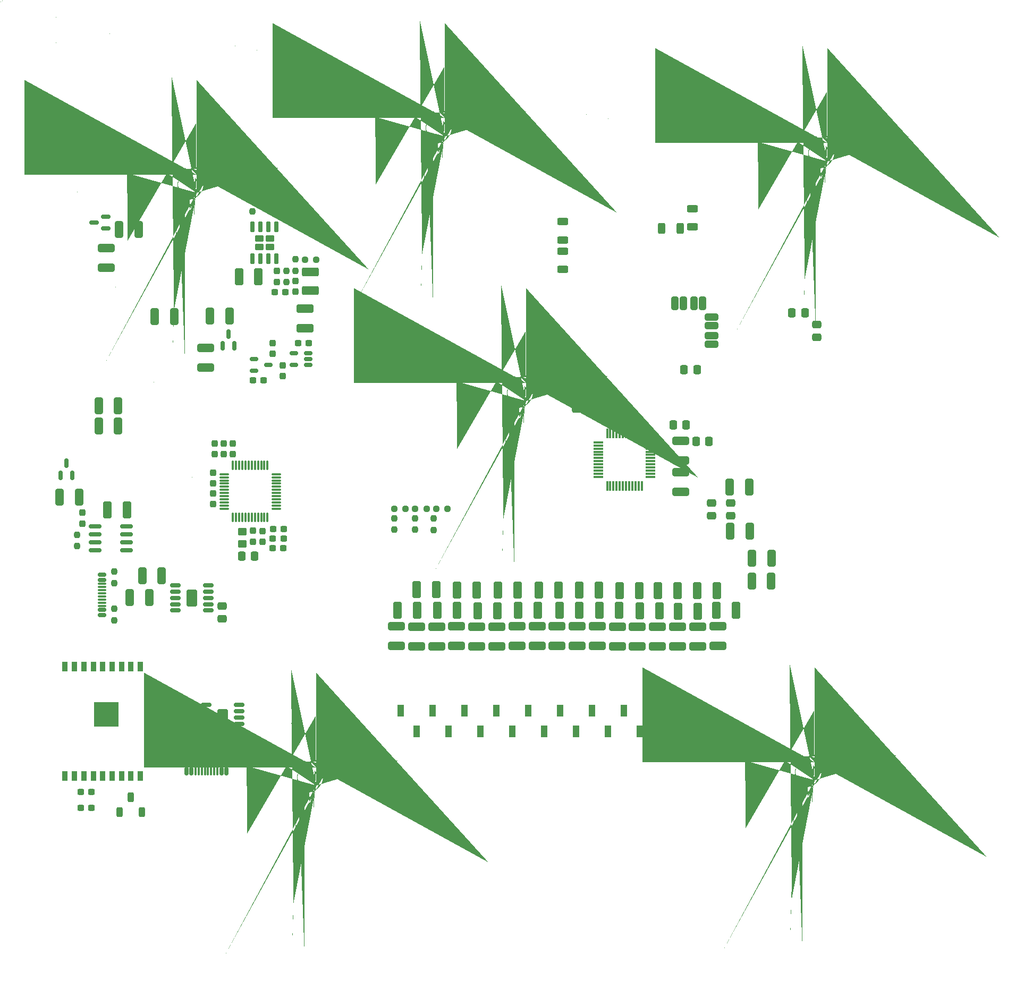
<source format=gbr>
%TF.GenerationSoftware,KiCad,Pcbnew,9.0.7*%
%TF.CreationDate,2026-02-19T04:12:07+03:00*%
%TF.ProjectId,shell-bms,7368656c-6c2d-4626-9d73-2e6b69636164,rev?*%
%TF.SameCoordinates,Original*%
%TF.FileFunction,Paste,Top*%
%TF.FilePolarity,Positive*%
%FSLAX46Y46*%
G04 Gerber Fmt 4.6, Leading zero omitted, Abs format (unit mm)*
G04 Created by KiCad (PCBNEW 9.0.7) date 2026-02-19 04:12:07*
%MOMM*%
%LPD*%
G01*
G04 APERTURE LIST*
G04 Aperture macros list*
%AMRoundRect*
0 Rectangle with rounded corners*
0 $1 Rounding radius*
0 $2 $3 $4 $5 $6 $7 $8 $9 X,Y pos of 4 corners*
0 Add a 4 corners polygon primitive as box body*
4,1,4,$2,$3,$4,$5,$6,$7,$8,$9,$2,$3,0*
0 Add four circle primitives for the rounded corners*
1,1,$1+$1,$2,$3*
1,1,$1+$1,$4,$5*
1,1,$1+$1,$6,$7*
1,1,$1+$1,$8,$9*
0 Add four rect primitives between the rounded corners*
20,1,$1+$1,$2,$3,$4,$5,0*
20,1,$1+$1,$4,$5,$6,$7,0*
20,1,$1+$1,$6,$7,$8,$9,0*
20,1,$1+$1,$8,$9,$2,$3,0*%
%AMFreePoly0*
4,1,83,1.042816,1.072236,1.072613,1.072236,1.081945,1.068370,1.088357,1.067737,1.095036,1.062947,1.108661,1.057304,1.123242,1.042722,1.130424,1.037573,1.132104,1.033860,1.136251,1.029714,1.151183,0.993666,1.151427,0.991179,1.151773,0.990417,1.151637,0.989047,1.153104,0.974157,1.153104,0.147677,1.151183,0.128168,1.149302,0.123628,1.149244,0.120163,1.144799,0.112757,
1.136251,0.092120,1.126655,0.082524,1.122607,0.075779,1.116546,0.072415,1.108661,0.064530,1.083729,0.054202,1.077346,0.050660,1.077347,0.050660,0.975563,0.025306,0.780742,-0.052508,0.598179,-0.155859,0.431205,-0.282864,0.282864,-0.431205,0.155859,-0.598179,0.052508,-0.780742,-0.025306,-0.975563,-0.050660,-1.077347,-0.050660,-1.077346,-0.054202,-1.083729,-0.064530,-1.108661,
-0.072415,-1.116546,-0.075779,-1.122607,-0.082524,-1.126655,-0.092120,-1.136251,-0.112757,-1.144799,-0.120163,-1.149244,-0.123628,-1.149302,-0.128168,-1.151183,-0.147677,-1.153104,-0.974157,-1.153104,-0.989047,-1.151637,-0.990417,-1.151773,-0.991179,-1.151427,-0.993666,-1.151183,-1.029714,-1.136251,-1.033860,-1.132104,-1.037573,-1.130424,-1.042722,-1.123242,-1.057304,-1.108661,-1.062947,-1.095036,
-1.067737,-1.088357,-1.068370,-1.081945,-1.072236,-1.072613,-1.072236,-1.042816,-1.072826,-1.036844,-1.072236,-1.034204,-1.072236,-1.033595,-1.071940,-1.032881,-1.009706,-0.754420,-0.915115,-0.480924,-0.790260,-0.219852,-0.636738,0.025461,-0.456510,0.251879,-0.251879,0.456510,-0.025461,0.636738,0.219852,0.790260,0.480924,0.915115,0.754420,1.009706,1.032881,1.071940,1.033595,1.072236,
1.034204,1.072236,1.036844,1.072826,1.042816,1.072236,1.042816,1.072236,$1*%
%AMFreePoly1*
4,1,83,-0.128168,1.151183,-0.123628,1.149302,-0.120163,1.149244,-0.112757,1.144799,-0.092120,1.136251,-0.082524,1.126655,-0.075779,1.122607,-0.072415,1.116546,-0.064530,1.108661,-0.054202,1.083729,-0.050660,1.077346,-0.050660,1.077347,-0.025306,0.975563,0.052508,0.780742,0.155859,0.598179,0.282864,0.431205,0.431205,0.282864,0.598179,0.155859,0.780742,0.052508,0.975563,-0.025306,
1.077347,-0.050660,1.077346,-0.050660,1.083729,-0.054202,1.108661,-0.064530,1.116546,-0.072415,1.122607,-0.075779,1.126655,-0.082524,1.136251,-0.092120,1.144799,-0.112757,1.149244,-0.120163,1.149302,-0.123628,1.151183,-0.128168,1.153104,-0.147677,1.153104,-0.974157,1.151637,-0.989047,1.151773,-0.990417,1.151427,-0.991179,1.151183,-0.993666,1.136251,-1.029714,1.132104,-1.033860,
1.130424,-1.037573,1.123242,-1.042722,1.108661,-1.057304,1.095036,-1.062947,1.088357,-1.067737,1.081945,-1.068370,1.072613,-1.072236,1.042816,-1.072236,1.036844,-1.072826,1.034204,-1.072236,1.033595,-1.072236,1.032881,-1.071940,0.754420,-1.009706,0.480924,-0.915115,0.219852,-0.790260,-0.025461,-0.636738,-0.251879,-0.456510,-0.456510,-0.251879,-0.636738,-0.025461,-0.790260,0.219852,
-0.915115,0.480924,-1.009706,0.754420,-1.071940,1.032881,-1.072236,1.033595,-1.072236,1.034204,-1.072826,1.036844,-1.072236,1.042816,-1.072236,1.072613,-1.068370,1.081945,-1.067737,1.088357,-1.062947,1.095036,-1.057304,1.108661,-1.042722,1.123242,-1.037573,1.130424,-1.033860,1.132104,-1.029714,1.136251,-0.993666,1.151183,-0.991179,1.151427,-0.990417,1.151773,-0.989047,1.151637,
-0.974157,1.153104,-0.147677,1.153104,-0.128168,1.151183,-0.128168,1.151183,$1*%
%AMFreePoly2*
4,1,83,-1.034204,1.072236,-1.033595,1.072236,-1.032881,1.071940,-0.754420,1.009706,-0.480924,0.915115,-0.219852,0.790260,0.025461,0.636738,0.251879,0.456510,0.456510,0.251879,0.636738,0.025461,0.790260,-0.219852,0.915115,-0.480924,1.009706,-0.754420,1.071940,-1.032881,1.072236,-1.033595,1.072236,-1.034204,1.072826,-1.036844,1.072236,-1.042816,1.072236,-1.072613,1.068370,-1.081945,
1.067737,-1.088357,1.062947,-1.095036,1.057304,-1.108661,1.042722,-1.123242,1.037573,-1.130424,1.033860,-1.132104,1.029714,-1.136251,0.993666,-1.151183,0.991179,-1.151427,0.990417,-1.151773,0.989047,-1.151637,0.974157,-1.153104,0.147677,-1.153104,0.128168,-1.151183,0.123628,-1.149302,0.120163,-1.149244,0.112757,-1.144799,0.092120,-1.136251,0.082524,-1.126655,0.075779,-1.122607,
0.072415,-1.116546,0.064530,-1.108661,0.054202,-1.083729,0.050660,-1.077346,0.050660,-1.077347,0.025306,-0.975563,-0.052508,-0.780742,-0.155859,-0.598179,-0.282864,-0.431205,-0.431205,-0.282864,-0.598179,-0.155859,-0.780742,-0.052508,-0.975563,0.025306,-1.077347,0.050660,-1.077346,0.050660,-1.083729,0.054202,-1.108661,0.064530,-1.116546,0.072415,-1.122607,0.075779,-1.126655,0.082524,
-1.136251,0.092120,-1.144799,0.112757,-1.149244,0.120163,-1.149302,0.123628,-1.151183,0.128168,-1.153104,0.147677,-1.153104,0.974157,-1.151637,0.989047,-1.151773,0.990417,-1.151427,0.991179,-1.151183,0.993666,-1.136251,1.029714,-1.132104,1.033860,-1.130424,1.037573,-1.123242,1.042722,-1.108661,1.057304,-1.095036,1.062947,-1.088357,1.067737,-1.081945,1.068370,-1.072613,1.072236,
-1.042816,1.072236,-1.036844,1.072826,-1.034204,1.072236,-1.034204,1.072236,$1*%
%AMFreePoly3*
4,1,83,0.989047,1.151637,0.990417,1.151773,0.991179,1.151427,0.993666,1.151183,1.029714,1.136251,1.033860,1.132104,1.037573,1.130424,1.042722,1.123242,1.057304,1.108661,1.062947,1.095036,1.067737,1.088357,1.068370,1.081945,1.072236,1.072613,1.072236,1.042816,1.072826,1.036844,1.072236,1.034204,1.072236,1.033595,1.071940,1.032881,1.009706,0.754420,0.915115,0.480924,
0.790260,0.219852,0.636738,-0.025461,0.456510,-0.251879,0.251879,-0.456510,0.025461,-0.636738,-0.219852,-0.790260,-0.480924,-0.915115,-0.754420,-1.009706,-1.032881,-1.071940,-1.033595,-1.072236,-1.034204,-1.072236,-1.036844,-1.072826,-1.042816,-1.072236,-1.072613,-1.072236,-1.081945,-1.068370,-1.088357,-1.067737,-1.095036,-1.062947,-1.108661,-1.057304,-1.123242,-1.042722,-1.130424,-1.037573,
-1.132104,-1.033860,-1.136251,-1.029714,-1.151183,-0.993666,-1.151427,-0.991179,-1.151773,-0.990417,-1.151637,-0.989047,-1.153104,-0.974157,-1.153104,-0.147677,-1.151183,-0.128168,-1.149302,-0.123628,-1.149244,-0.120163,-1.144799,-0.112757,-1.136251,-0.092120,-1.126655,-0.082524,-1.122607,-0.075779,-1.116546,-0.072415,-1.108661,-0.064530,-1.083729,-0.054202,-1.077346,-0.050660,-1.077347,-0.050660,
-0.975563,-0.025306,-0.780742,0.052508,-0.598179,0.155859,-0.431205,0.282864,-0.282864,0.431205,-0.155859,0.598179,-0.052508,0.780742,0.025306,0.975563,0.050660,1.077347,0.050660,1.077346,0.054202,1.083729,0.064530,1.108661,0.072415,1.116546,0.075779,1.122607,0.082524,1.126655,0.092120,1.136251,0.112757,1.144799,0.120163,1.149244,0.123628,1.149302,0.128168,1.151183,
0.147677,1.153104,0.974157,1.153104,0.989047,1.151637,0.989047,1.151637,$1*%
G04 Aperture macros list end*
%ADD10RoundRect,0.237500X0.300000X0.237500X-0.300000X0.237500X-0.300000X-0.237500X0.300000X-0.237500X0*%
%ADD11RoundRect,0.250000X1.075000X-0.400000X1.075000X0.400000X-1.075000X0.400000X-1.075000X-0.400000X0*%
%ADD12RoundRect,0.250000X-0.400000X-1.075000X0.400000X-1.075000X0.400000X1.075000X-0.400000X1.075000X0*%
%ADD13RoundRect,0.250000X0.412500X1.100000X-0.412500X1.100000X-0.412500X-1.100000X0.412500X-1.100000X0*%
%ADD14RoundRect,0.250000X-0.825000X0.312500X-0.825000X-0.312500X0.825000X-0.312500X0.825000X0.312500X0*%
%ADD15RoundRect,0.250000X-0.337500X-0.475000X0.337500X-0.475000X0.337500X0.475000X-0.337500X0.475000X0*%
%ADD16RoundRect,0.237500X-0.300000X-0.237500X0.300000X-0.237500X0.300000X0.237500X-0.300000X0.237500X0*%
%ADD17RoundRect,0.237500X-0.237500X0.250000X-0.237500X-0.250000X0.237500X-0.250000X0.237500X0.250000X0*%
%ADD18RoundRect,0.250000X0.475000X-0.337500X0.475000X0.337500X-0.475000X0.337500X-0.475000X-0.337500X0*%
%ADD19RoundRect,0.075000X-0.662500X-0.075000X0.662500X-0.075000X0.662500X0.075000X-0.662500X0.075000X0*%
%ADD20RoundRect,0.075000X-0.075000X-0.662500X0.075000X-0.662500X0.075000X0.662500X-0.075000X0.662500X0*%
%ADD21RoundRect,0.237500X0.237500X-0.250000X0.237500X0.250000X-0.237500X0.250000X-0.237500X-0.250000X0*%
%ADD22RoundRect,0.250000X-0.625000X0.312500X-0.625000X-0.312500X0.625000X-0.312500X0.625000X0.312500X0*%
%ADD23RoundRect,0.237500X-0.237500X0.300000X-0.237500X-0.300000X0.237500X-0.300000X0.237500X0.300000X0*%
%ADD24RoundRect,0.250000X0.400000X1.075000X-0.400000X1.075000X-0.400000X-1.075000X0.400000X-1.075000X0*%
%ADD25RoundRect,0.250000X0.337500X0.475000X-0.337500X0.475000X-0.337500X-0.475000X0.337500X-0.475000X0*%
%ADD26RoundRect,0.237500X0.250000X0.237500X-0.250000X0.237500X-0.250000X-0.237500X0.250000X-0.237500X0*%
%ADD27RoundRect,0.250000X-0.312500X-0.825000X0.312500X-0.825000X0.312500X0.825000X-0.312500X0.825000X0*%
%ADD28FreePoly0,0.000000*%
%ADD29FreePoly1,0.000000*%
%ADD30FreePoly2,0.000000*%
%ADD31FreePoly3,0.000000*%
%ADD32RoundRect,0.250000X0.595000X1.080000X-0.595000X1.080000X-0.595000X-1.080000X0.595000X-1.080000X0*%
%ADD33RoundRect,0.150000X0.687500X0.150000X-0.687500X0.150000X-0.687500X-0.150000X0.687500X-0.150000X0*%
%ADD34RoundRect,0.150000X0.150000X-0.587500X0.150000X0.587500X-0.150000X0.587500X-0.150000X-0.587500X0*%
%ADD35RoundRect,0.237500X-0.008839X-0.344715X0.344715X0.008839X0.008839X0.344715X-0.344715X-0.008839X0*%
%ADD36RoundRect,0.250000X-0.250000X-0.550000X0.250000X-0.550000X0.250000X0.550000X-0.250000X0.550000X0*%
%ADD37RoundRect,0.237500X0.237500X-0.300000X0.237500X0.300000X-0.237500X0.300000X-0.237500X-0.300000X0*%
%ADD38RoundRect,0.250000X-0.475000X0.337500X-0.475000X-0.337500X0.475000X-0.337500X0.475000X0.337500X0*%
%ADD39RoundRect,0.250000X-0.412500X-1.100000X0.412500X-1.100000X0.412500X1.100000X-0.412500X1.100000X0*%
%ADD40RoundRect,0.250000X-1.075000X0.400000X-1.075000X-0.400000X1.075000X-0.400000X1.075000X0.400000X0*%
%ADD41RoundRect,0.250000X-0.435000X0.295000X-0.435000X-0.295000X0.435000X-0.295000X0.435000X0.295000X0*%
%ADD42RoundRect,0.150000X-0.150000X0.737500X-0.150000X-0.737500X0.150000X-0.737500X0.150000X0.737500X0*%
%ADD43RoundRect,0.150000X0.512500X0.150000X-0.512500X0.150000X-0.512500X-0.150000X0.512500X-0.150000X0*%
%ADD44RoundRect,0.250000X-0.595000X-1.080000X0.595000X-1.080000X0.595000X1.080000X-0.595000X1.080000X0*%
%ADD45RoundRect,0.150000X-0.687500X-0.150000X0.687500X-0.150000X0.687500X0.150000X-0.687500X0.150000X0*%
%ADD46RoundRect,0.250000X0.312500X0.625000X-0.312500X0.625000X-0.312500X-0.625000X0.312500X-0.625000X0*%
%ADD47RoundRect,0.250001X-1.074999X0.462499X-1.074999X-0.462499X1.074999X-0.462499X1.074999X0.462499X0*%
%ADD48RoundRect,0.150000X-0.150000X-0.500000X0.150000X-0.500000X0.150000X0.500000X-0.150000X0.500000X0*%
%ADD49RoundRect,0.075000X-0.075000X-0.575000X0.075000X-0.575000X0.075000X0.575000X-0.075000X0.575000X0*%
%ADD50RoundRect,0.150000X-0.512500X-0.150000X0.512500X-0.150000X0.512500X0.150000X-0.512500X0.150000X0*%
%ADD51RoundRect,0.150000X0.587500X0.150000X-0.587500X0.150000X-0.587500X-0.150000X0.587500X-0.150000X0*%
%ADD52RoundRect,0.150000X0.825000X0.150000X-0.825000X0.150000X-0.825000X-0.150000X0.825000X-0.150000X0*%
%ADD53R,0.900000X1.500000*%
%ADD54R,4.000000X4.000000*%
%ADD55RoundRect,0.250000X-0.450000X0.350000X-0.450000X-0.350000X0.450000X-0.350000X0.450000X0.350000X0*%
%ADD56RoundRect,0.250000X-1.100000X0.412500X-1.100000X-0.412500X1.100000X-0.412500X1.100000X0.412500X0*%
%ADD57RoundRect,0.035000X-0.745000X-0.105000X0.745000X-0.105000X0.745000X0.105000X-0.745000X0.105000X0*%
%ADD58RoundRect,0.035000X-0.105000X-0.745000X0.105000X-0.745000X0.105000X0.745000X-0.105000X0.745000X0*%
%ADD59RoundRect,0.150000X-0.500000X0.150000X-0.500000X-0.150000X0.500000X-0.150000X0.500000X0.150000X0*%
%ADD60RoundRect,0.075000X-0.575000X0.075000X-0.575000X-0.075000X0.575000X-0.075000X0.575000X0.075000X0*%
%ADD61R,1.000000X1.900000*%
G04 APERTURE END LIST*
D10*
%TO.C,C63*%
X53925000Y-167500000D03*
X52200000Y-167500000D03*
%TD*%
D11*
%TO.C,R8*%
X131292000Y-141694000D03*
X131292000Y-138594000D03*
%TD*%
D12*
%TO.C,R51*%
X55050000Y-103400000D03*
X58150000Y-103400000D03*
%TD*%
D13*
%TO.C,C15*%
X108842000Y-132744000D03*
X105717000Y-132744000D03*
%TD*%
D11*
%TO.C,R5*%
X140892000Y-141744000D03*
X140892000Y-138644000D03*
%TD*%
D12*
%TO.C,R56*%
X48850000Y-118000000D03*
X51950000Y-118000000D03*
%TD*%
D14*
%TO.C,R35*%
X152716401Y-89275000D03*
X152716401Y-90600000D03*
%TD*%
D15*
%TO.C,C51*%
X77833400Y-127355600D03*
X79908400Y-127355600D03*
%TD*%
D13*
%TO.C,C1*%
X156567000Y-136044000D03*
X153442000Y-136044000D03*
%TD*%
D16*
%TO.C,C41*%
X79625000Y-99350000D03*
X81350000Y-99350000D03*
%TD*%
D17*
%TO.C,R44*%
X86400000Y-80087500D03*
X86400000Y-81912500D03*
%TD*%
D11*
%TO.C,R10*%
X124892000Y-141694000D03*
X124892000Y-138594000D03*
%TD*%
D18*
%TO.C,C25*%
X155727000Y-120956500D03*
X155727000Y-118881500D03*
%TD*%
D11*
%TO.C,R15*%
X108912000Y-141744000D03*
X108912000Y-138644000D03*
%TD*%
D19*
%TO.C,U3*%
X75037800Y-114316000D03*
X75037800Y-114816000D03*
X75037800Y-115316000D03*
X75037800Y-115816000D03*
X75037800Y-116316000D03*
X75037800Y-116816000D03*
X75037800Y-117316000D03*
X75037800Y-117816000D03*
X75037800Y-118316000D03*
X75037800Y-118816000D03*
X75037800Y-119316000D03*
X75037800Y-119816000D03*
D20*
X76450300Y-121228500D03*
X76950300Y-121228500D03*
X77450300Y-121228500D03*
X77950300Y-121228500D03*
X78450300Y-121228500D03*
X78950300Y-121228500D03*
X79450300Y-121228500D03*
X79950300Y-121228500D03*
X80450300Y-121228500D03*
X80950300Y-121228500D03*
X81450300Y-121228500D03*
X81950300Y-121228500D03*
D19*
X83362800Y-119816000D03*
X83362800Y-119316000D03*
X83362800Y-118816000D03*
X83362800Y-118316000D03*
X83362800Y-117816000D03*
X83362800Y-117316000D03*
X83362800Y-116816000D03*
X83362800Y-116316000D03*
X83362800Y-115816000D03*
X83362800Y-115316000D03*
X83362800Y-114816000D03*
X83362800Y-114316000D03*
D20*
X81950300Y-112903500D03*
X81450300Y-112903500D03*
X80950300Y-112903500D03*
X80450300Y-112903500D03*
X79950300Y-112903500D03*
X79450300Y-112903500D03*
X78950300Y-112903500D03*
X78450300Y-112903500D03*
X77950300Y-112903500D03*
X77450300Y-112903500D03*
X76950300Y-112903500D03*
X76450300Y-112903500D03*
%TD*%
D11*
%TO.C,R17*%
X102492000Y-141694000D03*
X102492000Y-138594000D03*
%TD*%
D12*
%TO.C,R52*%
X55050000Y-106600000D03*
X58150000Y-106600000D03*
%TD*%
D21*
%TO.C,R42*%
X57550000Y-137600000D03*
X57550000Y-135775000D03*
%TD*%
D11*
%TO.C,R11*%
X121692000Y-141694000D03*
X121692000Y-138594000D03*
%TD*%
D10*
%TO.C,C59*%
X84515800Y-124591600D03*
X82790800Y-124591600D03*
%TD*%
D22*
%TO.C,R38*%
X149675000Y-71987500D03*
X149675000Y-74912500D03*
%TD*%
D23*
%TO.C,C56*%
X73253600Y-114048200D03*
X73253600Y-115773200D03*
%TD*%
D24*
%TO.C,R40*%
X65100000Y-130500000D03*
X62000000Y-130500000D03*
%TD*%
D25*
%TO.C,C28*%
X148642000Y-106494000D03*
X146567000Y-106494000D03*
%TD*%
D24*
%TO.C,R54*%
X75900000Y-89100000D03*
X72800000Y-89100000D03*
%TD*%
D11*
%TO.C,R9*%
X128092000Y-141694000D03*
X128092000Y-138594000D03*
%TD*%
%TO.C,R1*%
X153692000Y-141694000D03*
X153692000Y-138594000D03*
%TD*%
D26*
%TO.C,R18*%
X103967000Y-119844000D03*
X102142000Y-119844000D03*
%TD*%
D27*
%TO.C,R34*%
X149900000Y-87100000D03*
X151225000Y-87100000D03*
%TD*%
D13*
%TO.C,C10*%
X125042000Y-136044000D03*
X121917000Y-136044000D03*
%TD*%
D28*
%TO.C,H1*%
X166189440Y-160189440D03*
D29*
X166189440Y-163095648D03*
D30*
X169095648Y-160189440D03*
D31*
X169095648Y-163095648D03*
%TD*%
D13*
%TO.C,C3*%
X147292000Y-132894000D03*
X144167000Y-132894000D03*
%TD*%
D24*
%TO.C,R41*%
X63100000Y-134000000D03*
X60000000Y-134000000D03*
%TD*%
D32*
%TO.C,U9*%
X74800000Y-153100000D03*
D33*
X77437500Y-155100000D03*
X77437500Y-154100000D03*
X77437500Y-153100000D03*
X77437500Y-152100000D03*
X77437500Y-151100000D03*
X72162500Y-151100000D03*
X72162500Y-152100000D03*
X72162500Y-153100000D03*
X72162500Y-154100000D03*
X72162500Y-155100000D03*
%TD*%
D11*
%TO.C,R3*%
X147292000Y-141744000D03*
X147292000Y-138644000D03*
%TD*%
D34*
%TO.C,Q7*%
X74800000Y-93837500D03*
X76700000Y-93837500D03*
X75750000Y-91962500D03*
%TD*%
D26*
%TO.C,R68*%
X77150000Y-157250000D03*
X75325000Y-157250000D03*
%TD*%
D13*
%TO.C,C11*%
X121792000Y-132794000D03*
X118667000Y-132794000D03*
%TD*%
D35*
%TO.C,R69*%
X71834530Y-158215470D03*
X73125000Y-156925000D03*
%TD*%
D36*
%TO.C,SW2*%
X58400000Y-168150000D03*
X60150000Y-165850000D03*
X61900000Y-168150000D03*
%TD*%
D37*
%TO.C,C32*%
X52500000Y-122200000D03*
X52500000Y-120475000D03*
%TD*%
D38*
%TO.C,C31*%
X74700000Y-135325000D03*
X74700000Y-137400000D03*
%TD*%
D24*
%TO.C,R25*%
X162217000Y-131361500D03*
X159117000Y-131361500D03*
%TD*%
D39*
%TO.C,C4*%
X141292000Y-136094000D03*
X144417000Y-136094000D03*
%TD*%
D38*
%TO.C,C30*%
X169455000Y-90425000D03*
X169455000Y-92500000D03*
%TD*%
D17*
%TO.C,R46*%
X84937600Y-81889600D03*
X84937600Y-83714600D03*
%TD*%
D23*
%TO.C,C44*%
X74980800Y-109425400D03*
X74980800Y-111150400D03*
%TD*%
D21*
%TO.C,R21*%
X105492000Y-123169000D03*
X105492000Y-121344000D03*
%TD*%
D13*
%TO.C,C9*%
X128342000Y-132794000D03*
X125217000Y-132794000D03*
%TD*%
%TO.C,C2*%
X150467000Y-136144000D03*
X147342000Y-136144000D03*
%TD*%
D40*
%TO.C,R72*%
X72100000Y-94200000D03*
X72100000Y-97300000D03*
%TD*%
D11*
%TO.C,R12*%
X118512000Y-141744000D03*
X118512000Y-138644000D03*
%TD*%
D13*
%TO.C,C6*%
X137954500Y-136044000D03*
X134829500Y-136044000D03*
%TD*%
%TO.C,C16*%
X105767000Y-136044000D03*
X102642000Y-136044000D03*
%TD*%
D34*
%TO.C,Q5*%
X48950000Y-114475000D03*
X50850000Y-114475000D03*
X49900000Y-112600000D03*
%TD*%
D14*
%TO.C,R36*%
X152716401Y-92250000D03*
X152716401Y-93575000D03*
%TD*%
D23*
%TO.C,C49*%
X81127600Y-123393200D03*
X81127600Y-125118200D03*
%TD*%
D11*
%TO.C,R13*%
X115292000Y-141744000D03*
X115292000Y-138644000D03*
%TD*%
D26*
%TO.C,R71*%
X70425000Y-159600000D03*
X68600000Y-159600000D03*
%TD*%
D40*
%TO.C,R58*%
X56300000Y-78300000D03*
X56300000Y-81400000D03*
%TD*%
D25*
%TO.C,C27*%
X150417000Y-97644000D03*
X148342000Y-97644000D03*
%TD*%
D23*
%TO.C,C50*%
X79633600Y-123342400D03*
X79633600Y-125067400D03*
%TD*%
D13*
%TO.C,C13*%
X115292000Y-132794000D03*
X112167000Y-132794000D03*
%TD*%
D18*
%TO.C,C23*%
X135800000Y-105200000D03*
X135800000Y-103125000D03*
%TD*%
D28*
%TO.C,H5*%
X120250000Y-99750000D03*
D29*
X120250000Y-102656208D03*
D30*
X123156208Y-99750000D03*
D31*
X123156208Y-102656208D03*
%TD*%
D23*
%TO.C,C46*%
X73507600Y-109425400D03*
X73507600Y-111150400D03*
%TD*%
D28*
%TO.C,H2*%
X86796896Y-161046896D03*
D29*
X86796896Y-163953104D03*
D30*
X89703104Y-161046896D03*
D31*
X89703104Y-163953104D03*
%TD*%
D28*
%TO.C,H6*%
X107296896Y-57546896D03*
D29*
X107296896Y-60453104D03*
D30*
X110203104Y-57546896D03*
D31*
X110203104Y-60453104D03*
%TD*%
D41*
%TO.C,U2*%
X82327400Y-76761531D03*
X80627400Y-76761531D03*
X82327400Y-78121531D03*
X80627400Y-78121531D03*
D42*
X83382400Y-74879031D03*
X82112400Y-74879031D03*
X80842400Y-74879031D03*
X79572400Y-74879031D03*
X79572400Y-80004031D03*
X80842400Y-80004031D03*
X82112400Y-80004031D03*
X83382400Y-80004031D03*
%TD*%
D27*
%TO.C,R33*%
X146900000Y-87100000D03*
X148225000Y-87100000D03*
%TD*%
D15*
%TO.C,C29*%
X165530000Y-88600000D03*
X167605000Y-88600000D03*
%TD*%
D11*
%TO.C,R14*%
X112092000Y-141694000D03*
X112092000Y-138594000D03*
%TD*%
D26*
%TO.C,R70*%
X76175000Y-159775000D03*
X74350000Y-159775000D03*
%TD*%
D11*
%TO.C,R2*%
X150492000Y-141744000D03*
X150492000Y-138644000D03*
%TD*%
D17*
%TO.C,R50*%
X51600000Y-123950000D03*
X51600000Y-125775000D03*
%TD*%
D23*
%TO.C,C36*%
X86400000Y-83500000D03*
X86400000Y-85225000D03*
%TD*%
D43*
%TO.C,U4*%
X88400000Y-96900000D03*
X88400000Y-95950000D03*
X88400000Y-95000000D03*
X86125000Y-95000000D03*
X86125000Y-96900000D03*
%TD*%
D28*
%TO.C,H3*%
X67746896Y-66546896D03*
D29*
X67746896Y-69453104D03*
D30*
X70653104Y-66546896D03*
D31*
X70653104Y-69453104D03*
%TD*%
D44*
%TO.C,U5*%
X69887500Y-134050000D03*
D45*
X67250000Y-132050000D03*
X67250000Y-133050000D03*
X67250000Y-134050000D03*
X67250000Y-135050000D03*
X67250000Y-136050000D03*
X72525000Y-136050000D03*
X72525000Y-135050000D03*
X72525000Y-134050000D03*
X72525000Y-133050000D03*
X72525000Y-132050000D03*
%TD*%
D46*
%TO.C,R37*%
X147700000Y-75150000D03*
X144775000Y-75150000D03*
%TD*%
D17*
%TO.C,R43*%
X79578200Y-70625831D03*
X79578200Y-72450831D03*
%TD*%
D10*
%TO.C,C38*%
X88525000Y-93400000D03*
X86800000Y-93400000D03*
%TD*%
D24*
%TO.C,R61*%
X162267000Y-127681500D03*
X159167000Y-127681500D03*
%TD*%
D40*
%TO.C,R24*%
X147792000Y-108994000D03*
X147792000Y-112094000D03*
%TD*%
D47*
%TO.C,L1*%
X88800000Y-82100000D03*
X88800000Y-85075000D03*
%TD*%
D13*
%TO.C,C5*%
X141167000Y-132844000D03*
X138042000Y-132844000D03*
%TD*%
D11*
%TO.C,R4*%
X144092000Y-141744000D03*
X144092000Y-138644000D03*
%TD*%
D48*
%TO.C,J11*%
X69030000Y-161680000D03*
X69830000Y-161680000D03*
D49*
X70980000Y-161680000D03*
X71980000Y-161680000D03*
X72480000Y-161680000D03*
X73480000Y-161680000D03*
D48*
X74630000Y-161680000D03*
X75430000Y-161680000D03*
X75430000Y-161680000D03*
X74630000Y-161680000D03*
D49*
X73980000Y-161680000D03*
X72980000Y-161680000D03*
X71480000Y-161680000D03*
X70480000Y-161680000D03*
D48*
X69830000Y-161680000D03*
X69030000Y-161680000D03*
%TD*%
D10*
%TO.C,C43*%
X84478200Y-126085600D03*
X82753200Y-126085600D03*
%TD*%
D23*
%TO.C,C40*%
X84400000Y-96950000D03*
X84400000Y-98675000D03*
%TD*%
D21*
%TO.C,R20*%
X102142000Y-123169000D03*
X102142000Y-121344000D03*
%TD*%
D23*
%TO.C,C48*%
X76444800Y-109406600D03*
X76444800Y-111131600D03*
%TD*%
D10*
%TO.C,C60*%
X84579800Y-123088400D03*
X82854800Y-123088400D03*
%TD*%
D24*
%TO.C,R53*%
X67100000Y-89150000D03*
X64000000Y-89150000D03*
%TD*%
D22*
%TO.C,R60*%
X129000000Y-78750000D03*
X129000000Y-81675000D03*
%TD*%
D13*
%TO.C,C17*%
X153517000Y-132844000D03*
X150392000Y-132844000D03*
%TD*%
%TO.C,C14*%
X112142000Y-136044000D03*
X109017000Y-136044000D03*
%TD*%
D24*
%TO.C,R27*%
X158767000Y-123381500D03*
X155667000Y-123381500D03*
%TD*%
D37*
%TO.C,C34*%
X83439000Y-83667600D03*
X83439000Y-81942600D03*
%TD*%
D39*
%TO.C,C55*%
X56425000Y-120000000D03*
X59550000Y-120000000D03*
%TD*%
D24*
%TO.C,R26*%
X158717000Y-116381500D03*
X155617000Y-116381500D03*
%TD*%
D26*
%TO.C,R45*%
X89725000Y-80100000D03*
X87900000Y-80100000D03*
%TD*%
D38*
%TO.C,C22*%
X131200000Y-101825000D03*
X131200000Y-103900000D03*
%TD*%
D18*
%TO.C,C24*%
X152717000Y-120956500D03*
X152717000Y-118881500D03*
%TD*%
D50*
%TO.C,U6*%
X79812500Y-95950000D03*
X79812500Y-97850000D03*
X82087500Y-96900000D03*
%TD*%
D11*
%TO.C,R16*%
X105692000Y-141744000D03*
X105692000Y-138644000D03*
%TD*%
D21*
%TO.C,R49*%
X57550000Y-131675000D03*
X57550000Y-129850000D03*
%TD*%
D51*
%TO.C,Q6*%
X56225000Y-75150000D03*
X56225000Y-73250000D03*
X54350000Y-74200000D03*
%TD*%
D26*
%TO.C,R19*%
X107317000Y-119844000D03*
X105492000Y-119844000D03*
%TD*%
D13*
%TO.C,C8*%
X131592000Y-136044000D03*
X128467000Y-136044000D03*
%TD*%
%TO.C,C12*%
X118592000Y-136094000D03*
X115467000Y-136094000D03*
%TD*%
D28*
%TO.C,H4*%
X168296896Y-61546896D03*
D29*
X168296896Y-64453104D03*
D30*
X171203104Y-61546896D03*
D31*
X171203104Y-64453104D03*
%TD*%
D26*
%TO.C,R48*%
X110664000Y-119837200D03*
X108839000Y-119837200D03*
%TD*%
D13*
%TO.C,C7*%
X134742000Y-132794000D03*
X131617000Y-132794000D03*
%TD*%
D15*
%TO.C,C26*%
X150242000Y-109094000D03*
X152317000Y-109094000D03*
%TD*%
D37*
%TO.C,C39*%
X82750000Y-95125000D03*
X82750000Y-93400000D03*
%TD*%
D52*
%TO.C,U8*%
X59475000Y-126405000D03*
X59475000Y-125135000D03*
X59475000Y-123865000D03*
X59475000Y-122595000D03*
X54525000Y-122595000D03*
X54525000Y-123865000D03*
X54525000Y-125135000D03*
X54525000Y-126405000D03*
%TD*%
D11*
%TO.C,R6*%
X137692000Y-141744000D03*
X137692000Y-138644000D03*
%TD*%
D37*
%TO.C,C57*%
X73253600Y-119073000D03*
X73253600Y-117348000D03*
%TD*%
D53*
%TO.C,U7*%
X49700000Y-162450000D03*
X51200000Y-162450000D03*
X52700000Y-162450000D03*
X54200000Y-162450000D03*
X55700000Y-162450000D03*
X57200000Y-162450000D03*
X58700000Y-162450000D03*
X60200000Y-162450000D03*
X61700000Y-162450000D03*
X61700000Y-144950000D03*
X60200000Y-144950000D03*
X58700000Y-144950000D03*
X57200000Y-144950000D03*
X55700000Y-144950000D03*
X54200000Y-144950000D03*
X52700000Y-144950000D03*
X51200000Y-144950000D03*
X49700000Y-144950000D03*
D54*
X56310000Y-152600000D03*
%TD*%
D16*
%TO.C,C35*%
X83075000Y-85300000D03*
X84800000Y-85300000D03*
%TD*%
D55*
%TO.C,FB1*%
X77927200Y-123444000D03*
X77927200Y-125444000D03*
%TD*%
D17*
%TO.C,R47*%
X108458000Y-121365000D03*
X108458000Y-123190000D03*
%TD*%
D56*
%TO.C,C37*%
X87900000Y-87900000D03*
X87900000Y-91025000D03*
%TD*%
D57*
%TO.C,U1*%
X134642000Y-109244000D03*
X134642000Y-109744000D03*
X134642000Y-110244000D03*
X134642000Y-110744000D03*
X134642000Y-111244000D03*
X134642000Y-111744000D03*
X134642000Y-112244000D03*
X134642000Y-112744000D03*
X134642000Y-113244000D03*
X134642000Y-113744000D03*
X134642000Y-114244000D03*
X134642000Y-114744000D03*
D58*
X136072000Y-116174000D03*
X136572000Y-116174000D03*
X137072000Y-116174000D03*
X137572000Y-116174000D03*
X138072000Y-116174000D03*
X138572000Y-116174000D03*
X139072000Y-116174000D03*
X139572000Y-116174000D03*
X140072000Y-116174000D03*
X140572000Y-116174000D03*
X141072000Y-116174000D03*
X141572000Y-116174000D03*
D57*
X143002000Y-114744000D03*
X143002000Y-114244000D03*
X143002000Y-113744000D03*
X143002000Y-113244000D03*
X143002000Y-112744000D03*
X143002000Y-112244000D03*
X143002000Y-111744000D03*
X143002000Y-111244000D03*
X143002000Y-110744000D03*
X143002000Y-110244000D03*
X143002000Y-109744000D03*
X143002000Y-109244000D03*
D58*
X141572000Y-107814000D03*
X141072000Y-107814000D03*
X140572000Y-107814000D03*
X140072000Y-107814000D03*
X139572000Y-107814000D03*
X139072000Y-107814000D03*
X138572000Y-107814000D03*
X138072000Y-107814000D03*
X137572000Y-107814000D03*
X137072000Y-107814000D03*
X136572000Y-107814000D03*
X136072000Y-107814000D03*
%TD*%
D38*
%TO.C,C21*%
X133700000Y-101825000D03*
X133700000Y-103900000D03*
%TD*%
D10*
%TO.C,C64*%
X53925000Y-164990000D03*
X52200000Y-164990000D03*
%TD*%
D11*
%TO.C,R7*%
X134492000Y-141694000D03*
X134492000Y-138594000D03*
%TD*%
%TO.C,R23*%
X147792000Y-117094000D03*
X147792000Y-113994000D03*
%TD*%
D59*
%TO.C,J5*%
X55595000Y-130350000D03*
X55595000Y-131150000D03*
D60*
X55595000Y-132300000D03*
X55595000Y-133300000D03*
X55595000Y-133800000D03*
X55595000Y-134800000D03*
D59*
X55595000Y-135950000D03*
X55595000Y-136750000D03*
X55595000Y-136750000D03*
X55595000Y-135950000D03*
D60*
X55595000Y-135300000D03*
X55595000Y-134300000D03*
X55595000Y-132800000D03*
X55595000Y-131800000D03*
D59*
X55595000Y-131150000D03*
X55595000Y-130350000D03*
%TD*%
D12*
%TO.C,R59*%
X58300000Y-75300000D03*
X61400000Y-75300000D03*
%TD*%
D38*
%TO.C,C65*%
X69150000Y-155400000D03*
X69150000Y-157475000D03*
%TD*%
D13*
%TO.C,C33*%
X80525000Y-82800000D03*
X77400000Y-82800000D03*
%TD*%
D22*
%TO.C,R31*%
X129025000Y-74037500D03*
X129025000Y-76962500D03*
%TD*%
D61*
%TO.C,J1*%
X151427000Y-155281500D03*
X148887000Y-151981500D03*
X146347000Y-155281500D03*
X143807000Y-151981500D03*
X141267000Y-155281500D03*
X138727000Y-151981500D03*
X136187000Y-155281500D03*
X133647000Y-151981500D03*
X131107000Y-155281500D03*
X128567000Y-151981500D03*
X126027000Y-155281500D03*
X123487000Y-151981500D03*
X120947000Y-155281500D03*
X118407000Y-151981500D03*
X115867000Y-155281500D03*
X113327000Y-151981500D03*
X110787000Y-155281500D03*
X108247000Y-151981500D03*
X105707000Y-155281500D03*
X103167000Y-151981500D03*
%TD*%
M02*

</source>
